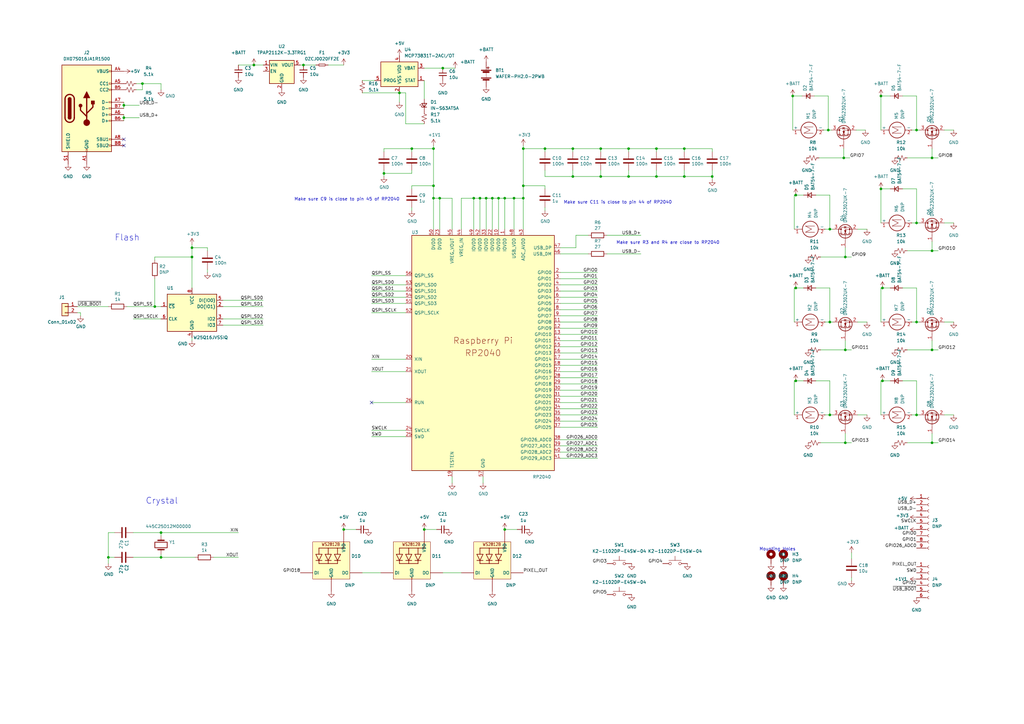
<source format=kicad_sch>
(kicad_sch (version 20221126) (generator eeschema)
  (paper "A3")
  (title_block (title "E-Fidget") (date "2022-07-28") (rev "REV1") (company "2231puppy"))
  (junction (at 194.31 81.28))
  (junction (at 177.8 60.96))
  (junction (at 207.01 81.28))
  (junction (at 346.71 143.51))
  (junction (at 346.075 64.77))
  (junction (at 257.81 60.96))
  (junction (at 140.97 217.17))
  (junction (at 326.39 118.11))
  (junction (at 214.63 76.2))
  (junction (at 199.39 81.28))
  (junction (at 375.92 53.34))
  (junction (at 382.27 102.87))
  (junction (at 361.95 118.11))
  (junction (at 361.95 156.21))
  (junction (at 50.8 43.18))
  (junction (at 66.04 228.6))
  (junction (at 382.27 64.77))
  (junction (at 280.67 72.39))
  (junction (at 214.63 60.96))
  (junction (at 177.8 81.28))
  (junction (at 346.71 181.61))
  (junction (at 246.38 72.39))
  (junction (at 325.12 39.37))
  (junction (at 63.5 125.73))
  (junction (at 340.36 132.08))
  (junction (at 173.99 217.17))
  (junction (at 361.315 77.47))
  (junction (at 207.01 217.17))
  (junction (at 246.38 60.96))
  (junction (at 382.27 181.61))
  (junction (at 375.92 170.18))
  (junction (at 340.36 93.98))
  (junction (at 269.24 72.39))
  (junction (at 124.46 26.67))
  (junction (at 58.42 34.29))
  (junction (at 214.63 81.28))
  (junction (at 177.8 76.2))
  (junction (at 382.27 143.51))
  (junction (at 204.47 81.28))
  (junction (at 340.36 170.18))
  (junction (at 66.04 218.44))
  (junction (at 50.8 48.26))
  (junction (at 234.95 72.39))
  (junction (at 180.34 81.28))
  (junction (at 339.725 53.34))
  (junction (at 78.74 101.6))
  (junction (at 292.1 72.39))
  (junction (at 223.52 60.96))
  (junction (at 78.74 105.41))
  (junction (at 361.315 39.37))
  (junction (at 157.48 71.12))
  (junction (at 375.92 91.44))
  (junction (at 375.92 132.08))
  (junction (at 168.91 60.96))
  (junction (at 269.24 60.96))
  (junction (at 326.39 156.21))
  (junction (at 326.39 80.01))
  (junction (at 201.93 81.28))
  (junction (at 181.61 27.94))
  (junction (at 280.67 60.96))
  (junction (at 257.81 72.39))
  (junction (at 346.71 105.41))
  (junction (at 104.14 26.67))
  (junction (at 163.83 38.1))
  (junction (at 210.82 81.28))
  (junction (at 44.45 228.6))
  (junction (at 196.85 81.28))
  (junction (at 234.95 60.96))
  (no_connect (at 152.4 165.1))
  (no_connect (at 50.8 59.69))
  (no_connect (at 50.8 57.15))
  (wire (pts (xy 189.23 81.28) (xy 194.31 81.28)))
  (wire (pts (xy 361.95 156.21) (xy 365.125 156.21)))
  (wire (pts (xy 181.61 27.94) (xy 186.69 27.94)))
  (wire (pts (xy 66.04 228.6) (xy 80.01 228.6)))
  (wire (pts (xy 177.8 81.28) (xy 177.8 93.98)))
  (wire (pts (xy 91.44 133.35) (xy 107.95 133.35)))
  (wire (pts (xy 223.52 77.47) (xy 223.52 76.2)))
  (wire (pts (xy 78.74 101.6) (xy 78.74 105.41)))
  (wire (pts (xy 351.155 53.34) (xy 354.965 53.34)))
  (wire (pts (xy 44.45 125.73) (xy 31.75 125.73)))
  (wire (pts (xy 66.04 34.29) (xy 66.04 36.83)))
  (wire (pts (xy 325.12 39.37) (xy 325.12 53.34)))
  (wire (pts (xy 210.82 93.98) (xy 210.82 81.28)))
  (wire (pts (xy 148.59 33.02) (xy 153.67 33.02)))
  (wire (pts (xy 340.36 132.08) (xy 340.36 118.11)))
  (wire (pts (xy 166.37 176.53) (xy 152.4 176.53)))
  (wire (pts (xy 157.48 60.96) (xy 168.91 60.96)))
  (wire (pts (xy 346.71 105.41) (xy 349.25 105.41)))
  (wire (pts (xy 229.87 165.1) (xy 245.11 165.1)))
  (wire (pts (xy 229.87 139.7) (xy 245.11 139.7)))
  (wire (pts (xy 210.82 81.28) (xy 214.63 81.28)))
  (wire (pts (xy 229.87 182.88) (xy 245.11 182.88)))
  (wire (pts (xy 325.755 80.01) (xy 326.39 80.01)))
  (wire (pts (xy 54.61 218.44) (xy 66.04 218.44)))
  (wire (pts (xy 50.8 43.18) (xy 57.15 43.18)))
  (wire (pts (xy 152.4 116.84) (xy 166.37 116.84)))
  (wire (pts (xy 346.71 105.41) (xy 346.71 101.6)))
  (wire (pts (xy 223.52 69.85) (xy 223.52 72.39)))
  (wire (pts (xy 166.37 128.27) (xy 152.4 128.27)))
  (wire (pts (xy 229.87 154.94) (xy 245.11 154.94)))
  (wire (pts (xy 229.87 121.92) (xy 245.11 121.92)))
  (wire (pts (xy 229.87 137.16) (xy 245.11 137.16)))
  (wire (pts (xy 346.71 143.51) (xy 349.25 143.51)))
  (wire (pts (xy 214.63 59.69) (xy 214.63 60.96)))
  (wire (pts (xy 185.42 81.28) (xy 180.34 81.28)))
  (wire (pts (xy 339.725 53.34) (xy 340.995 53.34)))
  (wire (pts (xy 257.81 72.39) (xy 246.38 72.39)))
  (wire (pts (xy 229.87 187.96) (xy 245.11 187.96)))
  (wire (pts (xy 340.36 170.18) (xy 341.63 170.18)))
  (wire (pts (xy 280.67 72.39) (xy 292.1 72.39)))
  (wire (pts (xy 198.12 195.58) (xy 198.12 198.12)))
  (wire (pts (xy 246.38 62.23) (xy 246.38 60.96)))
  (wire (pts (xy 214.63 60.96) (xy 223.52 60.96)))
  (wire (pts (xy 269.24 62.23) (xy 269.24 60.96)))
  (wire (pts (xy 214.63 76.2) (xy 214.63 81.28)))
  (wire (pts (xy 54.61 228.6) (xy 66.04 228.6)))
  (wire (pts (xy 168.91 85.09) (xy 168.91 86.36)))
  (wire (pts (xy 387.35 53.34) (xy 391.16 53.34)))
  (wire (pts (xy 229.87 114.3) (xy 245.11 114.3)))
  (wire (pts (xy 63.5 114.3) (xy 63.5 125.73)))
  (wire (pts (xy 58.42 36.83) (xy 58.42 34.29)))
  (wire (pts (xy 229.87 170.18) (xy 245.11 170.18)))
  (wire (pts (xy 280.67 72.39) (xy 269.24 72.39)))
  (wire (pts (xy 91.44 123.19) (xy 107.95 123.19)))
  (wire (pts (xy 148.59 38.1) (xy 163.83 38.1)))
  (wire (pts (xy 46.99 228.6) (xy 44.45 228.6)))
  (wire (pts (xy 349.25 226.695) (xy 349.25 229.235)))
  (wire (pts (xy 340.36 80.01) (xy 334.645 80.01)))
  (wire (pts (xy 374.015 132.08) (xy 375.92 132.08)))
  (wire (pts (xy 280.67 69.85) (xy 280.67 72.39)))
  (wire (pts (xy 375.92 53.34) (xy 375.92 39.37)))
  (wire (pts (xy 63.5 106.68) (xy 63.5 105.41)))
  (wire (pts (xy 50.8 48.26) (xy 57.15 48.26)))
  (wire (pts (xy 91.44 125.73) (xy 107.95 125.73)))
  (wire (pts (xy 166.37 165.1) (xy 152.4 165.1)))
  (wire (pts (xy 194.31 93.98) (xy 194.31 81.28)))
  (wire (pts (xy 229.87 116.84) (xy 245.11 116.84)))
  (wire (pts (xy 234.95 62.23) (xy 234.95 60.96)))
  (wire (pts (xy 382.27 143.51) (xy 382.27 139.7)))
  (wire (pts (xy 246.38 69.85) (xy 246.38 72.39)))
  (wire (pts (xy 337.82 53.34) (xy 339.725 53.34)))
  (wire (pts (xy 229.87 142.24) (xy 245.11 142.24)))
  (wire (pts (xy 346.71 143.51) (xy 346.71 139.7)))
  (wire (pts (xy 201.93 93.98) (xy 201.93 81.28)))
  (wire (pts (xy 78.74 105.41) (xy 78.74 118.11)))
  (wire (pts (xy 375.92 170.18) (xy 375.92 156.21)))
  (wire (pts (xy 375.92 118.11) (xy 370.205 118.11)))
  (wire (pts (xy 326.39 156.21) (xy 329.565 156.21)))
  (wire (pts (xy 180.34 93.98) (xy 180.34 81.28)))
  (wire (pts (xy 181.61 234.95) (xy 189.23 234.95)))
  (wire (pts (xy 229.87 104.14) (xy 241.3 104.14)))
  (wire (pts (xy 375.92 91.44) (xy 375.92 77.47)))
  (wire (pts (xy 87.63 228.6) (xy 97.79 228.6)))
  (wire (pts (xy 33.02 128.27) (xy 33.02 129.54)))
  (wire (pts (xy 292.1 62.23) (xy 292.1 60.96)))
  (wire (pts (xy 375.92 39.37) (xy 370.205 39.37)))
  (wire (pts (xy 166.37 152.4) (xy 152.4 152.4)))
  (wire (pts (xy 375.92 77.47) (xy 370.205 77.47)))
  (wire (pts (xy 168.91 77.47) (xy 168.91 76.2)))
  (wire (pts (xy 372.11 143.51) (xy 382.27 143.51)))
  (wire (pts (xy 339.725 53.34) (xy 339.725 39.37)))
  (wire (pts (xy 201.93 81.28) (xy 204.47 81.28)))
  (wire (pts (xy 157.48 62.23) (xy 157.48 60.96)))
  (wire (pts (xy 104.14 26.67) (xy 107.95 26.67)))
  (wire (pts (xy 54.61 130.81) (xy 66.04 130.81)))
  (wire (pts (xy 361.315 39.37) (xy 361.315 53.34)))
  (wire (pts (xy 123.19 26.67) (xy 124.46 26.67)))
  (wire (pts (xy 361.315 77.47) (xy 365.125 77.47)))
  (wire (pts (xy 382.27 102.87) (xy 382.27 99.06)))
  (wire (pts (xy 340.36 156.21) (xy 334.645 156.21)))
  (wire (pts (xy 185.42 195.58) (xy 185.42 198.12)))
  (wire (pts (xy 163.83 38.1) (xy 163.83 41.91)))
  (wire (pts (xy 91.44 130.81) (xy 107.95 130.81)))
  (wire (pts (xy 229.87 144.78) (xy 245.11 144.78)))
  (wire (pts (xy 382.27 181.61) (xy 384.81 181.61)))
  (wire (pts (xy 234.95 60.96) (xy 246.38 60.96)))
  (wire (pts (xy 326.39 80.01) (xy 329.565 80.01)))
  (wire (pts (xy 361.315 118.11) (xy 361.95 118.11)))
  (wire (pts (xy 340.36 132.08) (xy 341.63 132.08)))
  (wire (pts (xy 85.09 102.87) (xy 85.09 101.6)))
  (wire (pts (xy 166.37 113.03) (xy 152.4 113.03)))
  (wire (pts (xy 372.11 181.61) (xy 382.27 181.61)))
  (wire (pts (xy 152.4 147.32) (xy 166.37 147.32)))
  (wire (pts (xy 196.85 93.98) (xy 196.85 81.28)))
  (wire (pts (xy 325.755 156.21) (xy 326.39 156.21)))
  (wire (pts (xy 351.79 93.98) (xy 355.6 93.98)))
  (wire (pts (xy 199.39 93.98) (xy 199.39 81.28)))
  (wire (pts (xy 375.92 132.08) (xy 375.92 118.11)))
  (wire (pts (xy 325.755 156.21) (xy 325.755 170.18)))
  (wire (pts (xy 346.71 181.61) (xy 346.71 177.8)))
  (wire (pts (xy 338.455 93.98) (xy 340.36 93.98)))
  (wire (pts (xy 229.87 132.08) (xy 245.11 132.08)))
  (wire (pts (xy 50.8 41.91) (xy 50.8 43.18)))
  (wire (pts (xy 152.4 119.38) (xy 166.37 119.38)))
  (wire (pts (xy 280.67 60.96) (xy 292.1 60.96)))
  (wire (pts (xy 338.455 170.18) (xy 340.36 170.18)))
  (wire (pts (xy 44.45 218.44) (xy 44.45 228.6)))
  (wire (pts (xy 177.8 76.2) (xy 177.8 81.28)))
  (wire (pts (xy 236.22 96.52) (xy 241.3 96.52)))
  (wire (pts (xy 214.63 76.2) (xy 223.52 76.2)))
  (wire (pts (xy 269.24 69.85) (xy 269.24 72.39)))
  (wire (pts (xy 207.01 81.28) (xy 207.01 93.98)))
  (wire (pts (xy 223.52 60.96) (xy 234.95 60.96)))
  (wire (pts (xy 185.42 93.98) (xy 185.42 81.28)))
  (wire (pts (xy 173.99 50.8) (xy 166.37 50.8)))
  (wire (pts (xy 375.92 91.44) (xy 377.19 91.44)))
  (wire (pts (xy 382.27 143.51) (xy 384.81 143.51)))
  (wire (pts (xy 229.87 180.34) (xy 245.11 180.34)))
  (wire (pts (xy 229.87 167.64) (xy 245.11 167.64)))
  (wire (pts (xy 180.34 81.28) (xy 177.8 81.28)))
  (wire (pts (xy 340.36 170.18) (xy 340.36 156.21)))
  (wire (pts (xy 157.48 71.12) (xy 168.91 71.12)))
  (wire (pts (xy 140.97 217.17) (xy 146.05 217.17)))
  (wire (pts (xy 229.87 119.38) (xy 245.11 119.38)))
  (wire (pts (xy 229.87 134.62) (xy 245.11 134.62)))
  (wire (pts (xy 361.315 156.21) (xy 361.95 156.21)))
  (wire (pts (xy 248.92 96.52) (xy 262.89 96.52)))
  (wire (pts (xy 257.81 62.23) (xy 257.81 60.96)))
  (wire (pts (xy 168.91 60.96) (xy 177.8 60.96)))
  (wire (pts (xy 152.4 124.46) (xy 166.37 124.46)))
  (wire (pts (xy 257.81 69.85) (xy 257.81 72.39)))
  (wire (pts (xy 229.87 162.56) (xy 245.11 162.56)))
  (wire (pts (xy 340.36 93.98) (xy 341.63 93.98)))
  (wire (pts (xy 229.87 172.72) (xy 245.11 172.72)))
  (wire (pts (xy 325.12 39.37) (xy 328.93 39.37)))
  (wire (pts (xy 229.87 127) (xy 245.11 127)))
  (wire (pts (xy 168.91 71.12) (xy 168.91 69.85)))
  (wire (pts (xy 166.37 50.8) (xy 166.37 38.1)))
  (wire (pts (xy 269.24 72.39) (xy 257.81 72.39)))
  (wire (pts (xy 223.52 62.23) (xy 223.52 60.96)))
  (wire (pts (xy 336.55 105.41) (xy 346.71 105.41)))
  (wire (pts (xy 85.09 110.49) (xy 85.09 111.76)))
  (wire (pts (xy 374.015 170.18) (xy 375.92 170.18)))
  (wire (pts (xy 229.87 149.86) (xy 245.11 149.86)))
  (wire (pts (xy 375.92 53.34) (xy 377.19 53.34)))
  (wire (pts (xy 58.42 34.29) (xy 66.04 34.29)))
  (wire (pts (xy 50.8 48.26) (xy 50.8 49.53)))
  (wire (pts (xy 173.99 27.94) (xy 181.61 27.94)))
  (wire (pts (xy 196.85 81.28) (xy 199.39 81.28)))
  (wire (pts (xy 199.39 81.28) (xy 201.93 81.28)))
  (wire (pts (xy 157.48 69.85) (xy 157.48 71.12)))
  (wire (pts (xy 351.79 170.18) (xy 355.6 170.18)))
  (wire (pts (xy 346.075 64.77) (xy 346.075 60.96)))
  (wire (pts (xy 50.8 46.99) (xy 50.8 48.26)))
  (wire (pts (xy 382.27 102.87) (xy 384.81 102.87)))
  (wire (pts (xy 166.37 38.1) (xy 163.83 38.1)))
  (wire (pts (xy 257.81 60.96) (xy 269.24 60.96)))
  (wire (pts (xy 326.39 118.11) (xy 329.565 118.11)))
  (wire (pts (xy 382.27 181.61) (xy 382.27 177.8)))
  (wire (pts (xy 246.38 72.39) (xy 234.95 72.39)))
  (wire (pts (xy 387.35 170.18) (xy 391.16 170.18)))
  (wire (pts (xy 46.99 218.44) (xy 44.45 218.44)))
  (wire (pts (xy 346.075 64.77) (xy 348.615 64.77)))
  (wire (pts (xy 52.07 125.73) (xy 63.5 125.73)))
  (wire (pts (xy 223.52 85.09) (xy 223.52 86.36)))
  (wire (pts (xy 374.015 53.34) (xy 375.92 53.34)))
  (wire (pts (xy 229.87 129.54) (xy 245.11 129.54)))
  (wire (pts (xy 78.74 100.33) (xy 78.74 101.6)))
  (wire (pts (xy 63.5 105.41) (xy 78.74 105.41)))
  (wire (pts (xy 207.01 217.17) (xy 212.09 217.17)))
  (wire (pts (xy 248.92 104.14) (xy 262.89 104.14)))
  (wire (pts (xy 336.55 143.51) (xy 346.71 143.51)))
  (wire (pts (xy 325.755 118.11) (xy 326.39 118.11)))
  (wire (pts (xy 50.8 43.18) (xy 50.8 44.45)))
  (wire (pts (xy 124.46 26.67) (xy 129.54 26.67)))
  (wire (pts (xy 361.315 156.21) (xy 361.315 170.18)))
  (wire (pts (xy 85.09 101.6) (xy 78.74 101.6)))
  (wire (pts (xy 372.11 64.77) (xy 382.27 64.77)))
  (wire (pts (xy 66.04 218.44) (xy 97.79 218.44)))
  (wire (pts (xy 63.5 125.73) (xy 66.04 125.73)))
  (wire (pts (xy 173.99 33.02) (xy 173.99 40.64)))
  (wire (pts (xy 214.63 60.96) (xy 214.63 76.2)))
  (wire (pts (xy 387.35 91.44) (xy 391.16 91.44)))
  (wire (pts (xy 336.55 181.61) (xy 346.71 181.61)))
  (wire (pts (xy 97.79 26.67) (xy 104.14 26.67)))
  (wire (pts (xy 234.95 69.85) (xy 234.95 72.39)))
  (wire (pts (xy 229.87 111.76) (xy 245.11 111.76)))
  (wire (pts (xy 346.71 181.61) (xy 349.25 181.61)))
  (wire (pts (xy 229.87 157.48) (xy 245.11 157.48)))
  (wire (pts (xy 229.87 160.02) (xy 245.11 160.02)))
  (wire (pts (xy 339.725 39.37) (xy 334.01 39.37)))
  (wire (pts (xy 374.015 91.44) (xy 375.92 91.44)))
  (wire (pts (xy 55.88 34.29) (xy 58.42 34.29)))
  (wire (pts (xy 269.24 60.96) (xy 280.67 60.96)))
  (wire (pts (xy 177.8 60.96) (xy 177.8 76.2)))
  (wire (pts (xy 325.755 80.01) (xy 325.755 93.98)))
  (wire (pts (xy 375.92 132.08) (xy 377.19 132.08)))
  (wire (pts (xy 229.87 101.6) (xy 236.22 101.6)))
  (wire (pts (xy 234.95 72.39) (xy 223.52 72.39)))
  (wire (pts (xy 280.67 62.23) (xy 280.67 60.96)))
  (wire (pts (xy 214.63 81.28) (xy 214.63 93.98)))
  (wire (pts (xy 246.38 60.96) (xy 257.81 60.96)))
  (wire (pts (xy 194.31 81.28) (xy 196.85 81.28)))
  (wire (pts (xy 229.87 152.4) (xy 245.11 152.4)))
  (wire (pts (xy 204.47 93.98) (xy 204.47 81.28)))
  (wire (pts (xy 292.1 72.39) (xy 292.1 73.66)))
  (wire (pts (xy 229.87 124.46) (xy 245.11 124.46)))
  (wire (pts (xy 340.36 118.11) (xy 334.645 118.11)))
  (wire (pts (xy 55.88 36.83) (xy 58.42 36.83)))
  (wire (pts (xy 351.79 132.08) (xy 355.6 132.08)))
  (wire (pts (xy 229.87 175.26) (xy 245.11 175.26)))
  (wire (pts (xy 78.74 138.43) (xy 78.74 139.7)))
  (wire (pts (xy 44.45 228.6) (xy 44.45 231.14)))
  (wire (pts (xy 349.25 236.855) (xy 349.25 238.125)))
  (wire (pts (xy 134.62 26.67) (xy 140.97 26.67)))
  (wire (pts (xy 236.22 96.52) (xy 236.22 101.6)))
  (wire (pts (xy 361.315 39.37) (xy 365.125 39.37)))
  (wire (pts (xy 31.75 128.27) (xy 33.02 128.27)))
  (wire (pts (xy 382.27 64.77) (xy 384.81 64.77)))
  (wire (pts (xy 335.915 64.77) (xy 346.075 64.77)))
  (wire (pts (xy 375.92 156.21) (xy 370.205 156.21)))
  (wire (pts (xy 204.47 81.28) (xy 207.01 81.28)))
  (wire (pts (xy 66.04 219.71) (xy 66.04 218.44)))
  (wire (pts (xy 173.99 217.17) (xy 179.07 217.17)))
  (wire (pts (xy 166.37 179.07) (xy 152.4 179.07)))
  (wire (pts (xy 361.315 77.47) (xy 361.315 91.44)))
  (wire (pts (xy 361.315 118.11) (xy 361.315 132.08)))
  (wire (pts (xy 338.455 132.08) (xy 340.36 132.08)))
  (wire (pts (xy 152.4 121.92) (xy 166.37 121.92)))
  (wire (pts (xy 372.11 102.87) (xy 382.27 102.87)))
  (wire (pts (xy 229.87 147.32) (xy 245.11 147.32)))
  (wire (pts (xy 189.23 93.98) (xy 189.23 81.28)))
  (wire (pts (xy 387.35 132.08) (xy 391.16 132.08)))
  (wire (pts (xy 168.91 76.2) (xy 177.8 76.2)))
  (wire (pts (xy 229.87 185.42) (xy 245.11 185.42)))
  (wire (pts (xy 292.1 69.85) (xy 292.1 72.39)))
  (wire (pts (xy 168.91 62.23) (xy 168.91 60.96)))
  (wire (pts (xy 375.92 170.18) (xy 377.19 170.18)))
  (wire (pts (xy 340.36 93.98) (xy 340.36 80.01)))
  (wire (pts (xy 325.755 118.11) (xy 325.755 132.08)))
  (wire (pts (xy 207.01 81.28) (xy 210.82 81.28)))
  (wire (pts (xy 157.48 71.12) (xy 157.48 72.39)))
  (wire (pts (xy 148.59 234.95) (xy 156.21 234.95)))
  (wire (pts (xy 177.8 59.69) (xy 177.8 60.96)))
  (wire (pts (xy 66.04 227.33) (xy 66.04 228.6)))
  (wire (pts (xy 361.95 118.11) (xy 365.125 118.11)))
  (wire (pts (xy 382.27 64.77) (xy 382.27 60.96)))
  (text "Crystal" (at 59.69 207.01 0) (effects (font (size 2.54 2.54)) (justify left bottom)))
  (text "Make sure C11 is close to pin 44 of RP2040" (at 231.14 83.82 0) (effects (font (size 1.27 1.27)) (justify left bottom)))
  (text "Make sure R3 and R4 are close to RP2040" (at 252.73 100.33 0) (effects (font (size 1.27 1.27)) (justify left bottom)))
  (text "Make sure C9 is close to pin 45 of RP2040" (at 120.65 82.55 0) (effects (font (size 1.27 1.27)) (justify left bottom)))
  (text "Flash" (at 46.99 99.06 0) (effects (font (size 2.54 2.54)) (justify left bottom)))
  (text "Mounting Holes" (at 311.404 226.06 0) (effects (font (size 1.27 1.27)) (justify left bottom)))
  (label "GPIO3" (at 248.92 231.14 180))
  (label "QSPI_SD2" (at 152.4 121.92 0))
  (label "QSPI_SS" (at 152.4 113.03 0))
  (label "USB_D-" (at 57.15 43.18 0))
  (label "GPIO4" (at 271.78 231.14 180))
  (label "GPIO0" (at 375.92 219.71 180))
  (label "GPIO2" (at 245.11 116.84 180))
  (label "GPIO22" (at 245.11 167.64 180))
  (label "GPIO8" (at 245.11 132.08 180))
  (label "QSPI_SS" (at 54.61 125.73 0))
  (label "GPIO1" (at 245.11 114.3 180))
  (label "GPIO21" (at 245.11 165.1 180))
  (label "GPIO7" (at 348.615 64.77 0))
  (label "GPIO26_ADC0" (at 375.92 224.79 180))
  (label "GPIO20" (at 245.11 162.56 180))
  (label "GPIO14" (at 245.11 147.32 180))
  (label "SWD" (at 152.4 179.07 0))
  (label "GPIO14" (at 384.81 181.61 0))
  (label "GPIO6" (at 245.11 127 180))
  (label "GPIO7" (at 245.11 129.54 180))
  (label "GPIO11" (at 245.11 139.7 180))
  (label "GPIO16" (at 245.11 152.4 180))
  (label "GPIO10" (at 245.11 137.16 180))
  (label "GPIO29_ADC3" (at 245.11 187.96 180))
  (label "XIN" (at 97.79 218.44 180))
  (label "GPIO19" (at 245.11 160.02 180))
  (label "PIXEL_OUT" (at 375.92 232.41 180))
  (label "GPIO18" (at 245.11 157.48 180))
  (label "QSPI_SCLK" (at 152.4 128.27 0))
  (label "GPIO5" (at 248.92 243.84 180))
  (label "GPIO23" (at 245.11 170.18 180))
  (label "~{USB_BOOT}" (at 375.92 242.57 180))
  (label "GPIO27_ADC1" (at 245.11 182.88 180))
  (label "SWCLK" (at 152.4 176.53 0))
  (label "QSPI_SCLK" (at 54.61 130.81 0))
  (label "GPIO9" (at 349.25 105.41 0))
  (label "GPIO24" (at 245.11 172.72 180))
  (label "PIXEL_OUT" (at 214.63 234.95 0))
  (label "QSPI_SD1" (at 107.95 125.73 180))
  (label "GPIO12" (at 245.11 142.24 180))
  (label "GPIO3" (at 245.11 119.38 180))
  (label "QSPI_SD2" (at 107.95 130.81 180))
  (label "GPIO15" (at 245.11 149.86 180))
  (label "GPIO9" (at 245.11 134.62 180))
  (label "~{USB_BOOT}" (at 31.75 125.73 0))
  (label "GPIO18" (at 123.19 234.95 180))
  (label "XOUT" (at 97.79 228.6 180))
  (label "GPIO0" (at 245.11 111.76 180))
  (label "USB_D-" (at 375.92 209.55 180))
  (label "GPIO12" (at 384.81 143.51 0))
  (label "USB_D+" (at 375.92 207.01 180))
  (label "GPIO1" (at 375.92 222.25 180))
  (label "GPIO28_ADC2" (at 245.11 185.42 180))
  (label "GPIO2" (at 375.92 240.03 180))
  (label "SWD" (at 375.92 234.95 180))
  (label "USB_D+" (at 262.89 96.52 180))
  (label "SWCLK" (at 375.92 214.63 180))
  (label "GPIO5" (at 245.11 124.46 180))
  (label "GPIO13" (at 245.11 144.78 180))
  (label "QSPI_SD3" (at 152.4 124.46 0))
  (label "QSPI_SD0" (at 107.95 123.19 180))
  (label "QSPI_SD0" (at 152.4 116.84 0))
  (label "GPIO4" (at 245.11 121.92 180))
  (label "GPIO11" (at 349.25 143.51 0))
  (label "GPIO13" (at 349.25 181.61 0))
  (label "USB_D-" (at 262.89 104.14 180))
  (label "XIN" (at 152.4 147.32 0))
  (label "QSPI_SD1" (at 152.4 119.38 0))
  (label "GPIO25" (at 245.11 175.26 180))
  (label "GPIO26_ADC0" (at 245.11 180.34 180))
  (label "GPIO8" (at 384.81 64.77 0))
  (label "USB_D+" (at 57.15 48.26 0))
  (label "GPIO10" (at 384.81 102.87 0))
  (label "GPIO17" (at 245.11 154.94 180))
  (label "QSPI_SD3" (at 107.95 133.35 180))
  (label "XOUT" (at 152.4 152.4 0))
  (symbol (lib_id "MCU_RaspberryPi_RP2040:RP2040") (at 198.12 144.78 0) (unit 1)
    (property "Reference" "U3" (at 170.18 95.25 0))
    (property "Value" "RP2040" (at 222.25 195.58 0))
    (property "Footprint" "E-Fidget:RP2040-QFN-56" (effects hide))
  )
  (symbol (lib_id "Device:C") (at 50.8 218.44 270) (unit 1)
    (property "Reference" "C1" (at 51.9684 221.361 0) (effects (justify left)))
    (property "Value" "27p" (at 49.657 221.361 0) (effects (justify left)))
    (property "Footprint" "Capacitor_SMD:C_0402_1005Metric_Pad0.74x0.62mm_HandSolder" (effects hide))
    (property "Sim.Device" "SPICE" (effects hide))
    (property "Sim.Params" "type=\"\" model=\"27p\" lib=\"\"" (effects hide))
    (property "Sim.Pins" "1=1 2=2" (effects hide))
  )
  (symbol (lib_id "Device:C") (at 50.8 228.6 270) (unit 1)
    (property "Reference" "C2" (at 51.9684 231.521 0) (effects (justify left)))
    (property "Value" "27p" (at 49.657 231.521 0) (effects (justify left)))
    (property "Footprint" "Capacitor_SMD:C_0402_1005Metric_Pad0.74x0.62mm_HandSolder" (effects hide))
    (property "Sim.Device" "SPICE" (effects hide))
    (property "Sim.Params" "type=\"\" model=\"27p\" lib=\"\"" (effects hide))
    (property "Sim.Pins" "1=1 2=2" (effects hide))
  )
  (symbol (lib_id "power:GND") (at 44.45 231.14 0) (unit 1)
    (property "Reference" "#PWR04" (effects hide))
    (property "Value" "GND" (at 44.577 235.5342 0))
  )
  (symbol (lib_id "Memory_Flash:W25Q128JVS") (at 78.74 128.27 0) (unit 1)
    (property "Reference" "U1" (at 69.85 118.11 0))
    (property "Value" "W25Q16JVSSIQ" (at 86.36 138.43 0))
    (property "Footprint" "Package_SO:SOIC-8_5.23x5.23mm_P1.27mm" (effects hide))
    (property "Datasheet" "http://www.winbond.com/resource-files/w25q128jv_dtr%20revc%2003272018%20plus.pdf" (effects hide))
  )
  (symbol (lib_id "power:+3V3") (at 78.74 100.33 0) (unit 1)
    (property "Reference" "#PWR07" (effects hide))
    (property "Value" "+3V3" (at 79.121 95.9358 0))
  )
  (symbol (lib_id "power:GND") (at 78.74 139.7 0) (unit 1)
    (property "Reference" "#PWR08" (effects hide))
    (property "Value" "GND" (at 74.93 140.97 0))
  )
  (symbol (lib_id "Device:R") (at 63.5 110.49 0) (unit 1)
    (property "Reference" "R2" (at 65.278 109.3216 0) (effects (justify left)))
    (property "Value" "DNP" (at 65.278 111.633 0) (effects (justify left)))
    (property "Footprint" "Resistor_SMD:R_0805_2012Metric_Pad1.20x1.40mm_HandSolder" (effects hide))
  )
  (symbol (lib_id "Device:R") (at 48.26 125.73 270) (unit 1)
    (property "Reference" "R1" (at 48.26 120.4722 90))
    (property "Value" "1k" (at 48.26 122.7836 90))
    (property "Footprint" "Resistor_SMD:R_0805_2012Metric_Pad1.20x1.40mm_HandSolder" (effects hide))
    (property "Sim.Device" "SPICE" (effects hide))
    (property "Sim.Params" "type=\"\" model=\"1k\" lib=\"\"" (effects hide))
    (property "Sim.Pins" "1=1 2=2" (effects hide))
  )
  (symbol (lib_id "Device:C") (at 85.09 106.68 0) (unit 1)
    (property "Reference" "C4" (at 88.011 105.5116 0) (effects (justify left)))
    (property "Value" "100n" (at 88.011 107.823 0) (effects (justify left)))
    (property "Footprint" "Capacitor_SMD:C_0402_1005Metric_Pad0.74x0.62mm_HandSolder" (effects hide))
    (property "Sim.Device" "SPICE" (effects hide))
    (property "Sim.Params" "type=\"\" model=\"100n\" lib=\"\"" (effects hide))
    (property "Sim.Pins" "1=1 2=2" (effects hide))
  )
  (symbol (lib_id "power:GND") (at 85.09 111.76 0) (unit 1)
    (property "Reference" "#PWR09" (effects hide))
    (property "Value" "GND" (at 88.9 113.03 0))
  )
  (symbol (lib_id "power:GND") (at 198.12 198.12 0) (unit 1)
    (property "Reference" "#PWR019" (effects hide))
    (property "Value" "GND" (at 198.247 202.5142 0))
  )
  (symbol (lib_id "power:GND") (at 185.42 198.12 0) (unit 1)
    (property "Reference" "#PWR018" (effects hide))
    (property "Value" "GND" (at 185.547 202.5142 0))
  )
  (symbol (lib_id "Device:R") (at 245.11 96.52 270) (unit 1)
    (property "Reference" "R6" (at 245.11 91.2622 90))
    (property "Value" "27" (at 245.11 93.5736 90))
    (property "Footprint" "Resistor_SMD:R_0805_2012Metric_Pad1.20x1.40mm_HandSolder" (effects hide))
    (property "Sim.Device" "SPICE" (effects hide))
    (property "Sim.Params" "type=\"\" model=\"27\" lib=\"\"" (effects hide))
    (property "Sim.Pins" "1=1 2=2" (effects hide))
  )
  (symbol (lib_id "Device:R") (at 245.11 104.14 270) (unit 1)
    (property "Reference" "R7" (at 245.11 98.8822 90))
    (property "Value" "27" (at 245.11 101.1936 90))
    (property "Footprint" "Resistor_SMD:R_0805_2012Metric_Pad1.20x1.40mm_HandSolder" (effects hide))
    (property "Sim.Device" "SPICE" (effects hide))
    (property "Sim.Params" "type=\"\" model=\"27\" lib=\"\"" (effects hide))
    (property "Sim.Pins" "1=1 2=2" (effects hide))
  )
  (symbol (lib_id "power:+3V3") (at 214.63 59.69 0) (unit 1)
    (property "Reference" "#PWR020" (effects hide))
    (property "Value" "+3V3" (at 215.011 55.2958 0))
  )
  (symbol (lib_id "power:+1V1") (at 177.8 59.69 0) (unit 1)
    (property "Reference" "#PWR017" (effects hide))
    (property "Value" "+1V1" (at 178.181 55.2958 0))
  )
  (symbol (lib_id "Device:C") (at 223.52 66.04 0) (unit 1)
    (property "Reference" "C10" (at 226.441 64.8716 0) (effects (justify left)))
    (property "Value" "100n" (at 226.441 67.183 0) (effects (justify left)))
    (property "Footprint" "Capacitor_SMD:C_0402_1005Metric_Pad0.74x0.62mm_HandSolder" (effects hide))
    (property "Sim.Device" "SPICE" (effects hide))
    (property "Sim.Params" "type=\"\" model=\"100n\" lib=\"\"" (effects hide))
    (property "Sim.Pins" "1=1 2=2" (effects hide))
  )
  (symbol (lib_id "Device:C") (at 234.95 66.04 0) (unit 1)
    (property "Reference" "C12" (at 237.871 64.8716 0) (effects (justify left)))
    (property "Value" "100n" (at 237.871 67.183 0) (effects (justify left)))
    (property "Footprint" "Capacitor_SMD:C_0402_1005Metric_Pad0.74x0.62mm_HandSolder" (effects hide))
    (property "Sim.Device" "SPICE" (effects hide))
    (property "Sim.Params" "type=\"\" model=\"100n\" lib=\"\"" (effects hide))
    (property "Sim.Pins" "1=1 2=2" (effects hide))
  )
  (symbol (lib_id "Device:C") (at 246.38 66.04 0) (unit 1)
    (property "Reference" "C13" (at 249.301 64.8716 0) (effects (justify left)))
    (property "Value" "100n" (at 249.301 67.183 0) (effects (justify left)))
    (property "Footprint" "Capacitor_SMD:C_0402_1005Metric_Pad0.74x0.62mm_HandSolder" (effects hide))
    (property "Sim.Device" "SPICE" (effects hide))
    (property "Sim.Params" "type=\"\" model=\"100n\" lib=\"\"" (effects hide))
    (property "Sim.Pins" "1=1 2=2" (effects hide))
  )
  (symbol (lib_id "Device:C") (at 257.81 66.04 0) (unit 1)
    (property "Reference" "C14" (at 260.731 64.8716 0) (effects (justify left)))
    (property "Value" "100n" (at 260.731 67.183 0) (effects (justify left)))
    (property "Footprint" "Capacitor_SMD:C_0402_1005Metric_Pad0.74x0.62mm_HandSolder" (effects hide))
    (property "Sim.Device" "SPICE" (effects hide))
    (property "Sim.Params" "type=\"\" model=\"100n\" lib=\"\"" (effects hide))
    (property "Sim.Pins" "1=1 2=2" (effects hide))
  )
  (symbol (lib_id "Device:C") (at 269.24 66.04 0) (unit 1)
    (property "Reference" "C15" (at 272.161 64.8716 0) (effects (justify left)))
    (property "Value" "100n" (at 272.161 67.183 0) (effects (justify left)))
    (property "Footprint" "Capacitor_SMD:C_0402_1005Metric_Pad0.74x0.62mm_HandSolder" (effects hide))
    (property "Sim.Device" "SPICE" (effects hide))
    (property "Sim.Params" "type=\"\" model=\"100n\" lib=\"\"" (effects hide))
    (property "Sim.Pins" "1=1 2=2" (effects hide))
  )
  (symbol (lib_id "Device:C") (at 280.67 66.04 0) (unit 1)
    (property "Reference" "C16" (at 283.591 64.8716 0) (effects (justify left)))
    (property "Value" "100n" (at 283.591 67.183 0) (effects (justify left)))
    (property "Footprint" "Capacitor_SMD:C_0402_1005Metric_Pad0.74x0.62mm_HandSolder" (effects hide))
    (property "Sim.Device" "SPICE" (effects hide))
    (property "Sim.Params" "type=\"\" model=\"100n\" lib=\"\"" (effects hide))
    (property "Sim.Pins" "1=1 2=2" (effects hide))
  )
  (symbol (lib_id "Device:C") (at 292.1 66.04 0) (unit 1)
    (property "Reference" "C17" (at 295.021 64.8716 0) (effects (justify left)))
    (property "Value" "100n" (at 295.021 67.183 0) (effects (justify left)))
    (property "Footprint" "Capacitor_SMD:C_0402_1005Metric_Pad0.74x0.62mm_HandSolder" (effects hide))
    (property "Sim.Device" "SPICE" (effects hide))
    (property "Sim.Params" "type=\"\" model=\"100n\" lib=\"\"" (effects hide))
    (property "Sim.Pins" "1=1 2=2" (effects hide))
  )
  (symbol (lib_id "Device:C") (at 157.48 66.04 0) (unit 1)
    (property "Reference" "C7" (at 160.401 64.8716 0) (effects (justify left)))
    (property "Value" "100n" (at 160.401 67.183 0) (effects (justify left)))
    (property "Footprint" "Capacitor_SMD:C_0402_1005Metric_Pad0.74x0.62mm_HandSolder" (effects hide))
    (property "Sim.Device" "SPICE" (effects hide))
    (property "Sim.Params" "type=\"\" model=\"100n\" lib=\"\"" (effects hide))
    (property "Sim.Pins" "1=1 2=2" (effects hide))
  )
  (symbol (lib_id "Device:C") (at 168.91 66.04 0) (unit 1)
    (property "Reference" "C8" (at 171.831 64.8716 0) (effects (justify left)))
    (property "Value" "100n" (at 171.831 67.183 0) (effects (justify left)))
    (property "Footprint" "Capacitor_SMD:C_0402_1005Metric_Pad0.74x0.62mm_HandSolder" (effects hide))
    (property "Sim.Device" "SPICE" (effects hide))
    (property "Sim.Params" "type=\"\" model=\"100n\" lib=\"\"" (effects hide))
    (property "Sim.Pins" "1=1 2=2" (effects hide))
  )
  (symbol (lib_id "Device:C") (at 168.91 81.28 0) (unit 1)
    (property "Reference" "C9" (at 171.831 80.1116 0) (effects (justify left)))
    (property "Value" "1u" (at 171.831 82.423 0) (effects (justify left)))
    (property "Footprint" "Capacitor_SMD:C_0402_1005Metric_Pad0.74x0.62mm_HandSolder" (effects hide))
    (property "Sim.Device" "SPICE" (effects hide))
    (property "Sim.Params" "type=\"\" model=\"1u\" lib=\"\"" (effects hide))
    (property "Sim.Pins" "1=1 2=2" (effects hide))
  )
  (symbol (lib_id "Device:C") (at 223.52 81.28 0) (unit 1)
    (property "Reference" "C11" (at 226.441 80.1116 0) (effects (justify left)))
    (property "Value" "1u" (at 226.441 82.423 0) (effects (justify left)))
    (property "Footprint" "Capacitor_SMD:C_0402_1005Metric_Pad0.74x0.62mm_HandSolder" (effects hide))
    (property "Sim.Device" "SPICE" (effects hide))
    (property "Sim.Params" "type=\"\" model=\"1u\" lib=\"\"" (effects hide))
    (property "Sim.Pins" "1=1 2=2" (effects hide))
  )
  (symbol (lib_id "power:GND") (at 292.1 73.66 0) (unit 1)
    (property "Reference" "#PWR024" (effects hide))
    (property "Value" "GND" (at 292.227 78.0542 0))
  )
  (symbol (lib_id "power:GND") (at 157.48 72.39 0) (unit 1)
    (property "Reference" "#PWR015" (effects hide))
    (property "Value" "GND" (at 157.607 76.7842 0))
  )
  (symbol (lib_id "power:GND") (at 168.91 86.36 0) (unit 1)
    (property "Reference" "#PWR016" (effects hide))
    (property "Value" "GND" (at 169.037 90.7542 0))
  )
  (symbol (lib_id "power:GND") (at 223.52 86.36 0) (unit 1)
    (property "Reference" "#PWR021" (effects hide))
    (property "Value" "GND" (at 223.647 90.7542 0))
  )
  (symbol (lib_id "Device:R") (at 83.82 228.6 270) (unit 1)
    (property "Reference" "R3" (at 83.82 223.3422 90))
    (property "Value" "1k" (at 83.82 225.6536 90))
    (property "Footprint" "Resistor_SMD:R_0805_2012Metric_Pad1.20x1.40mm_HandSolder" (effects hide))
    (property "Sim.Device" "SPICE" (effects hide))
    (property "Sim.Params" "type=\"\" model=\"1k\" lib=\"\"" (effects hide))
    (property "Sim.Pins" "1=1 2=2" (effects hide))
  )
  (symbol (lib_id "Device:Crystal") (at 66.04 223.52 270) (unit 1)
    (property "Reference" "Y1" (at 69.3674 222.3516 90) (effects (justify left)))
    (property "Value" "445C25D12M00000" (at 59.69 215.9 90) (effects (justify left)))
    (property "Footprint" "E-Fidget:445I23D12M00000" (effects hide))
  )
  (symbol (lib_id "power:+3V3") (at 349.25 226.695 0) (unit 1)
    (property "Reference" "#PWR037" (effects hide))
    (property "Value" "+3V3" (at 349.631 222.3008 0))
  )
  (symbol (lib_id "Device:C") (at 349.25 233.045 0) (unit 1)
    (property "Reference" "C18" (at 352.171 231.8766 0) (effects (justify left)))
    (property "Value" "10u" (at 352.171 234.188 0) (effects (justify left)))
    (property "Footprint" "Capacitor_SMD:C_0805_2012Metric_Pad1.18x1.45mm_HandSolder" (effects hide))
    (property "Sim.Device" "SPICE" (effects hide))
    (property "Sim.Params" "type=\"\" model=\"10u\" lib=\"\"" (effects hide))
    (property "Sim.Pins" "1=1 2=2" (effects hide))
  )
  (symbol (lib_id "power:GND") (at 349.25 238.125 0) (unit 1)
    (property "Reference" "#PWR038" (effects hide))
    (property "Value" "GND" (at 345.44 239.395 0))
  )
  (symbol (lib_id "Connector_Generic:Conn_01x02") (at 26.67 125.73 0) (mirror y) (unit 1)
    (property "Reference" "J1" (at 25.4 121.92 0))
    (property "Value" "Conn_01x02" (at 25.4 132.08 0))
    (property "Footprint" "Connector_PinHeader_2.54mm:PinHeader_1x02_P2.54mm_Vertical" (effects hide))
  )
  (symbol (lib_id "power:GND") (at 33.02 129.54 0) (unit 1)
    (property "Reference" "#PWR02" (effects hide))
    (property "Value" "GND" (at 33.147 133.9342 0))
  )
  (symbol (lib_id "power:GND") (at 367.03 64.77 0) (unit 1)
    (property "Reference" "#PWR047" (effects hide))
    (property "Value" "GND" (at 367.03 69.85 0))
  )
  (symbol (lib_id "power:+BATT") (at 326.39 80.01 0) (unit 1)
    (property "Reference" "#PWR030" (effects hide))
    (property "Value" "+BATT" (at 326.39 74.93 0))
  )
  (symbol (lib_id "Switch:SW_Push") (at 276.86 231.14 0) (unit 1)
    (property "Reference" "SW3" (at 276.86 223.52 0))
    (property "Value" "K2-1102DP-E4SW-04" (at 276.86 226.06 0))
    (property "Footprint" "Button_Switch_THT:SW_PUSH_6mm" (effects hide))
  )
  (symbol (lib_id "Device:R_Small_US") (at 334.01 105.41 90) (unit 1)
    (property "Reference" "R11" (at 334.01 99.06 90))
    (property "Value" "10k" (at 334.01 101.6 90))
    (property "Footprint" "Resistor_SMD:R_0805_2012Metric_Pad1.20x1.40mm_HandSolder" (effects hide))
    (property "Sim.Device" "SPICE" (effects hide))
    (property "Sim.Params" "type=\"\" model=\"10k\" lib=\"\"" (effects hide))
    (property "Sim.Pins" "1=1 2=2" (effects hide))
  )
  (symbol (lib_id "Switch:SW_Push") (at 254 243.84 0) (unit 1)
    (property "Reference" "SW2" (at 254 236.22 0))
    (property "Value" "K2-1102DP-E4SW-04" (at 254 238.76 0))
    (property "Footprint" "Button_Switch_THT:SW_PUSH_6mm" (effects hide))
  )
  (symbol (lib_id "Motor:Motor_DC") (at 330.835 170.18 90) (unit 1)
    (property "Reference" "M3" (at 332.1049 165.735 0) (effects (justify left)))
    (property "Value" "DNP" (at 334.6449 165.735 0) (effects (justify left)))
    (property "Footprint" "Connector_Wire:SolderWire-0.1sqmm_1x02_P3.6mm_D0.4mm_OD1mm" (effects hide))
  )
  (symbol (lib_id "power:GND") (at 331.47 181.61 0) (unit 1)
    (property "Reference" "#PWR035" (effects hide))
    (property "Value" "GND" (at 331.47 186.69 0))
  )
  (symbol (lib_id "Mechanical:MountingHole_Pad") (at 316.23 228.6 0) (unit 1)
    (property "Reference" "H1" (at 319.786 227.3299 0) (effects (justify left)))
    (property "Value" "DNP" (at 319.786 229.8699 0) (effects (justify left)))
    (property "Footprint" "MountingHole:MountingHole_2.2mm_M2_Pad_Via" (effects hide))
  )
  (symbol (lib_id "Device:R_Small_US") (at 173.99 48.26 0) (unit 1)
    (property "Reference" "R17" (at 176.53 46.9899 0) (effects (justify left)))
    (property "Value" "5.1k" (at 176.53 49.5299 0) (effects (justify left)))
    (property "Footprint" "Resistor_SMD:R_0805_2012Metric" (effects hide))
    (property "Sim.Device" "SPICE" (effects hide))
    (property "Sim.Params" "type=\"\" model=\"5.1k\" lib=\"\"" (effects hide))
    (property "Sim.Pins" "1=1 2=2" (effects hide))
  )
  (symbol (lib_id "Transistor_FET:BSS138") (at 346.71 172.72 90) (unit 1)
    (property "Reference" "Q3" (at 345.4399 167.005 0) (effects (justify left)))
    (property "Value" "DMG2302UK-7" (at 346.71 167.64 0) (effects (justify left)))
    (property "Footprint" "Package_TO_SOT_SMD:SC-59" (effects hide))
    (property "Datasheet" "https://www.onsemi.com/pub/Collateral/BSS138-D.PDF" (effects hide))
  )
  (symbol (lib_id "power:GND") (at 199.39 35.56 0) (unit 1)
    (property "Reference" "#PWR023" (effects hide))
    (property "Value" "GND" (at 199.39 40.64 0))
  )
  (symbol (lib_id "power:+BATT") (at 186.69 27.94 0) (unit 1)
    (property "Reference" "#PWR014" (effects hide))
    (property "Value" "+BATT" (at 191.77 25.4 0))
  )
  (symbol (lib_id "Device:D_Small") (at 367.665 77.47 0) (unit 1)
    (property "Reference" "D7" (at 366.3949 75.565 90) (effects (justify left)))
    (property "Value" "BAT54-7-F" (at 368.9349 75.565 90) (effects (justify left)))
    (property "Footprint" "E-Fidget:SC-59_Handsoldering_No_Pin3" (effects hide))
  )
  (symbol (lib_name "WS2812B_SK6812E_2") (lib_id "LED:WS2812B_SK6812E") (at 135.89 232.41 0) (unit 1)
    (property "Reference" "D10" (at 146.05 228.0793 0))
    (property "Value" "DNP" (at 143.51 240.03 0))
    (property "Footprint" "LED_SMD:NEO3535_REVERSE" (effects hide))
    (property "Datasheet" "https://cdn-shop.adafruit.com/product-files/2686/SK6812MINI_REV.01-1-2.pdf" (effects hide))
  )
  (symbol (lib_id "power:GND") (at 355.6 132.08 0) (unit 1)
    (property "Reference" "#PWR040" (effects hide))
    (property "Value" "GND" (at 355.6 137.16 0))
  )
  (symbol (lib_id "power:GND") (at 27.94 67.31 0) (unit 1)
    (property "Reference" "#PWR0108" (effects hide))
    (property "Value" "GND" (at 27.94 72.39 0))
  )
  (symbol (lib_id "power:+5V") (at 50.8 29.21 270) (unit 1)
    (property "Reference" "#PWR0107" (effects hide))
    (property "Value" "+5V" (at 53.34 29.21 90) (effects (justify left)))
  )
  (symbol (lib_id "power:+5V") (at 140.97 217.17 0) (unit 1)
    (property "Reference" "#PWR063" (effects hide))
    (property "Value" "+5V" (at 140.97 212.09 0))
  )
  (symbol (lib_id "power:GND") (at 321.31 240.03 0) (unit 1)
    (property "Reference" "#PWR028" (effects hide))
    (property "Value" "GND" (at 321.31 245.11 0))
  )
  (symbol (lib_id "power:GND") (at 367.03 181.61 0) (unit 1)
    (property "Reference" "#PWR050" (effects hide))
    (property "Value" "GND" (at 367.03 186.69 0))
  )
  (symbol (lib_id "power:GND") (at 331.47 143.51 0) (unit 1)
    (property "Reference" "#PWR034" (effects hide))
    (property "Value" "GND" (at 331.47 148.59 0))
  )
  (symbol (lib_id "power:GND") (at 355.6 170.18 0) (unit 1)
    (property "Reference" "#PWR041" (effects hide))
    (property "Value" "GND" (at 355.6 175.26 0))
  )
  (symbol (lib_id "power:+BATT") (at 326.39 118.11 0) (unit 1)
    (property "Reference" "#PWR031" (effects hide))
    (property "Value" "+BATT" (at 326.39 113.03 0))
  )
  (symbol (lib_id "power:GND") (at 354.965 53.34 0) (unit 1)
    (property "Reference" "#PWR039" (effects hide))
    (property "Value" "GND" (at 354.965 58.42 0))
  )
  (symbol (lib_id "power:GND") (at 355.6 93.98 0) (unit 1)
    (property "Reference" "#PWR042" (effects hide))
    (property "Value" "GND" (at 355.6 99.06 0))
  )
  (symbol (lib_id "Device:C_Small") (at 214.63 217.17 90) (unit 1)
    (property "Reference" "C23" (at 214.6363 210.82 90))
    (property "Value" "1u" (at 214.6363 213.36 90))
    (property "Footprint" "Capacitor_SMD:C_0805_2012Metric_Pad1.18x1.45mm_HandSolder" (effects hide))
    (property "Sim.Device" "SPICE" (effects hide))
    (property "Sim.Params" "type=\"\" model=\"1u\" lib=\"\"" (effects hide))
    (property "Sim.Pins" "1=1 2=2" (effects hide))
  )
  (symbol (lib_id "power:+1V1") (at 375.92 237.49 90) (unit 1)
    (property "Reference" "#PWR051" (effects hide))
    (property "Value" "+1V1" (at 372.11 237.4899 90) (effects (justify left)))
  )
  (symbol (lib_id "power:GND") (at 124.46 31.75 0) (unit 1)
    (property "Reference" "#PWR06" (effects hide))
    (property "Value" "GND" (at 124.46 36.83 0))
  )
  (symbol (lib_id "power:+3V3") (at 375.92 212.09 90) (unit 1)
    (property "Reference" "#PWR052" (effects hide))
    (property "Value" "+3V3" (at 372.745 211.455 90) (effects (justify left)))
  )
  (symbol (lib_id "Device:D_Small") (at 332.105 118.11 0) (unit 1)
    (property "Reference" "D3" (at 330.8349 116.205 90) (effects (justify left)))
    (property "Value" "BAT54-7-F" (at 333.3749 116.205 90) (effects (justify left)))
    (property "Footprint" "E-Fidget:SC-59_Handsoldering_No_Pin3" (effects hide))
  )
  (symbol (lib_id "Connector:Conn_01x09_Female") (at 381 214.63 0) (unit 1)
    (property "Reference" "J3" (at 382.27 213.3599 0) (effects (justify left)))
    (property "Value" "DNP" (at 382.27 215.8999 0) (effects (justify left)))
    (property "Footprint" "Connector_PinHeader_2.54mm:PinHeader_1x09_P2.54mm_Vertical" (effects hide))
  )
  (symbol (lib_id "power:GND") (at 316.23 231.14 0) (unit 1)
    (property "Reference" "#PWR025" (effects hide))
    (property "Value" "GND" (at 316.23 236.22 0))
  )
  (symbol (lib_id "Motor:Motor_DC") (at 330.2 53.34 90) (unit 1)
    (property "Reference" "M1" (at 331.4699 48.895 0) (effects (justify left)))
    (property "Value" "DNP" (at 334.0099 48.895 0) (effects (justify left)))
    (property "Footprint" "Connector_Wire:SolderWire-0.1sqmm_1x02_P3.6mm_D0.4mm_OD1mm" (effects hide))
  )
  (symbol (lib_id "power:GND") (at 330.835 64.77 0) (unit 1)
    (property "Reference" "#PWR033" (effects hide))
    (property "Value" "GND" (at 330.835 69.85 0))
  )
  (symbol (lib_id "power:GND") (at 391.16 132.08 0) (unit 1)
    (property "Reference" "#PWR058" (effects hide))
    (property "Value" "GND" (at 391.16 137.16 0))
  )
  (symbol (lib_id "Mechanical:MountingHole_Pad") (at 321.31 237.49 0) (unit 1)
    (property "Reference" "H4" (at 324.866 236.2199 0) (effects (justify left)))
    (property "Value" "DNP" (at 324.866 238.7599 0) (effects (justify left)))
    (property "Footprint" "MountingHole:MountingHole_2.2mm_M2_Pad_Via" (effects hide))
  )
  (symbol (lib_id "Device:R_Small_US") (at 334.01 143.51 90) (unit 1)
    (property "Reference" "R9" (at 334.01 137.16 90))
    (property "Value" "10k" (at 334.01 139.7 90))
    (property "Footprint" "Resistor_SMD:R_0805_2012Metric_Pad1.20x1.40mm_HandSolder" (effects hide))
    (property "Sim.Device" "SPICE" (effects hide))
    (property "Sim.Params" "type=\"\" model=\"10k\" lib=\"\"" (effects hide))
    (property "Sim.Pins" "1=1 2=2" (effects hide))
  )
  (symbol (lib_id "Regulator_Linear:AP2112K-3.3") (at 115.57 29.21 0) (unit 1)
    (property "Reference" "U2" (at 115.57 19.05 0))
    (property "Value" "TPAP2112K-3.3TRG1" (at 115.57 21.59 0))
    (property "Footprint" "Package_TO_SOT_SMD:SOT-23-5" (effects hide))
    (property "Datasheet" "https://www.diodes.com/assets/Datasheets/AP2112.pdf" (effects hide))
  )
  (symbol (lib_id "Device:C_Small") (at 181.61 30.48 0) (unit 1)
    (property "Reference" "C6" (at 184.15 29.2162 0) (effects (justify left)))
    (property "Value" "10u" (at 184.15 31.7562 0) (effects (justify left)))
    (property "Footprint" "Capacitor_SMD:C_0805_2012Metric" (effects hide))
    (property "Sim.Device" "SPICE" (effects hide))
    (property "Sim.Params" "type=\"\" model=\"10u\" lib=\"\"" (effects hide))
    (property "Sim.Pins" "1=1 2=2" (effects hide))
  )
  (symbol (lib_id "Mechanical:MountingHole_Pad") (at 321.31 228.6 0) (unit 1)
    (property "Reference" "H3" (at 324.866 227.3299 0) (effects (justify left)))
    (property "Value" "DNP" (at 324.866 229.8699 0) (effects (justify left)))
    (property "Footprint" "MountingHole:MountingHole_2.2mm_M2_Pad_Via" (effects hide))
  )
  (symbol (lib_id "power:GND") (at 367.03 102.87 0) (unit 1)
    (property "Reference" "#PWR048" (effects hide))
    (property "Value" "GND" (at 367.03 107.95 0))
  )
  (symbol (lib_id "Motor:Motor_DC") (at 366.395 170.18 90) (unit 1)
    (property "Reference" "M8" (at 367.6649 165.735 0) (effects (justify left)))
    (property "Value" "DNP" (at 370.2049 165.735 0) (effects (justify left)))
    (property "Footprint" "Connector_Wire:SolderWire-0.1sqmm_1x02_P3.6mm_D0.4mm_OD1mm" (effects hide))
  )
  (symbol (lib_id "Motor:Motor_DC") (at 330.835 132.08 90) (unit 1)
    (property "Reference" "M2" (at 332.1049 127.635 0) (effects (justify left)))
    (property "Value" "DNP" (at 334.6449 127.635 0) (effects (justify left)))
    (property "Footprint" "Connector_Wire:SolderWire-0.1sqmm_1x02_P3.6mm_D0.4mm_OD1mm" (effects hide))
  )
  (symbol (lib_id "Device:R_Small_US") (at 148.59 35.56 0) (unit 1)
    (property "Reference" "R16" (at 151.13 34.2899 0) (effects (justify left)))
    (property "Value" "5.1k" (at 151.13 36.8299 0) (effects (justify left)))
    (property "Footprint" "Resistor_SMD:R_0805_2012Metric" (effects hide))
    (property "Sim.Device" "SPICE" (effects hide))
    (property "Sim.Params" "type=\"\" model=\"5.1k\" lib=\"\"" (effects hide))
    (property "Sim.Pins" "1=1 2=2" (effects hide))
  )
  (symbol (lib_id "power:+BATT") (at 361.315 39.37 0) (unit 1)
    (property "Reference" "#PWR043" (effects hide))
    (property "Value" "+BATT" (at 361.315 34.29 0))
  )
  (symbol (lib_id "power:GND") (at 391.16 91.44 0) (unit 1)
    (property "Reference" "#PWR057" (effects hide))
    (property "Value" "GND" (at 391.16 96.52 0))
  )
  (symbol (lib_id "power:GND") (at 217.17 217.17 0) (unit 1)
    (property "Reference" "#PWR0104" (effects hide))
    (property "Value" "GND" (at 217.17 222.25 0))
  )
  (symbol (lib_id "power:GND") (at 135.89 242.57 0) (unit 1)
    (property "Reference" "#PWR064" (effects hide))
    (property "Value" "GND" (at 135.89 247.65 0))
  )
  (symbol (lib_id "Device:Fuse_Small") (at 132.08 26.67 0) (unit 1)
    (property "Reference" "F1" (at 132.08 21.59 0))
    (property "Value" "0ZCJ0020FF2E" (at 132.08 24.13 0))
    (property "Footprint" "Fuse:Fuse_1206_3216Metric" (effects hide))
  )
  (symbol (lib_id "power:GND") (at 259.08 243.84 0) (unit 1)
    (property "Reference" "#PWR0114" (effects hide))
    (property "Value" "GND" (at 259.08 248.92 0))
  )
  (symbol (lib_id "power:GND") (at 391.16 170.18 0) (unit 1)
    (property "Reference" "#PWR059" (effects hide))
    (property "Value" "GND" (at 391.16 175.26 0))
  )
  (symbol (lib_id "Transistor_FET:BSS138") (at 382.27 93.98 90) (unit 1)
    (property "Reference" "Q6" (at 380.9999 88.265 0) (effects (justify left)))
    (property "Value" "DMG2302UK-7" (at 382.27 88.9 0) (effects (justify left)))
    (property "Footprint" "Package_TO_SOT_SMD:SC-59" (effects hide))
    (property "Datasheet" "https://www.onsemi.com/pub/Collateral/BSS138-D.PDF" (effects hide))
  )
  (symbol (lib_id "Device:R_Small_US") (at 53.34 34.29 90) (unit 1)
    (property "Reference" "R4" (at 60.96 27.94 90))
    (property "Value" "5.1k" (at 60.96 30.48 90))
    (property "Footprint" "Resistor_SMD:R_0805_2012Metric" (effects hide))
    (property "Sim.Device" "SPICE" (effects hide))
    (property "Sim.Params" "type=\"\" model=\"5.1k\" lib=\"\"" (effects hide))
    (property "Sim.Pins" "1=1 2=2" (effects hide))
  )
  (symbol (lib_id "Transistor_FET:BSS138") (at 382.27 134.62 90) (unit 1)
    (property "Reference" "Q7" (at 380.9999 128.905 0) (effects (justify left)))
    (property "Value" "DMG2302UK-7" (at 382.27 129.54 0) (effects (justify left)))
    (property "Footprint" "Package_TO_SOT_SMD:SC-59" (effects hide))
    (property "Datasheet" "https://www.onsemi.com/pub/Collateral/BSS138-D.PDF" (effects hide))
  )
  (symbol (lib_id "Transistor_FET:BSS138") (at 382.27 55.88 90) (unit 1)
    (property "Reference" "Q5" (at 380.9999 50.165 0) (effects (justify left)))
    (property "Value" "DMG2302UK-7" (at 382.27 50.8 0) (effects (justify left)))
    (property "Footprint" "Package_TO_SOT_SMD:SC-59" (effects hide))
    (property "Datasheet" "https://www.onsemi.com/pub/Collateral/BSS138-D.PDF" (effects hide))
  )
  (symbol (lib_id "Device:C_Small") (at 97.79 29.21 0) (unit 1)
    (property "Reference" "C3" (at 100.33 27.9462 0) (effects (justify left)))
    (property "Value" "10u" (at 100.33 30.4862 0) (effects (justify left)))
    (property "Footprint" "Capacitor_SMD:C_0805_2012Metric" (effects hide))
    (property "Sim.Device" "SPICE" (effects hide))
    (property "Sim.Params" "type=\"\" model=\"10u\" lib=\"\"" (effects hide))
    (property "Sim.Pins" "1=1 2=2" (effects hide))
  )
  (symbol (lib_id "power:+5V") (at 163.83 22.86 0) (unit 1)
    (property "Reference" "#PWR011" (effects hide))
    (property "Value" "+5V" (at 163.83 17.78 0))
  )
  (symbol (lib_id "power:+BATT") (at 361.95 156.21 0) (unit 1)
    (property "Reference" "#PWR046" (effects hide))
    (property "Value" "+BATT" (at 361.95 151.13 0))
  )
  (symbol (lib_id "Transistor_FET:BSS138") (at 382.27 172.72 90) (unit 1)
    (property "Reference" "Q8" (at 380.9999 167.005 0) (effects (justify left)))
    (property "Value" "DMG2302UK-7" (at 382.27 167.64 0) (effects (justify left)))
    (property "Footprint" "Package_TO_SOT_SMD:SC-59" (effects hide))
    (property "Datasheet" "https://www.onsemi.com/pub/Collateral/BSS138-D.PDF" (effects hide))
  )
  (symbol (lib_id "power:GND") (at 367.03 143.51 0) (unit 1)
    (property "Reference" "#PWR049" (effects hide))
    (property "Value" "GND" (at 367.03 148.59 0))
  )
  (symbol (lib_id "power:GND") (at 163.83 41.91 0) (unit 1)
    (property "Reference" "#PWR012" (effects hide))
    (property "Value" "GND" (at 163.83 46.99 0))
  )
  (symbol (lib_id "Motor:Motor_DC") (at 366.395 53.34 90) (unit 1)
    (property "Reference" "M5" (at 367.6649 48.895 0) (effects (justify left)))
    (property "Value" "DNP" (at 370.2049 48.895 0) (effects (justify left)))
    (property "Footprint" "Connector_Wire:SolderWire-0.1sqmm_1x02_P3.6mm_D0.4mm_OD1mm" (effects hide))
  )
  (symbol (lib_id "power:GND") (at 201.93 242.57 0) (unit 1)
    (property "Reference" "#PWR0105" (effects hide))
    (property "Value" "GND" (at 201.93 247.65 0))
  )
  (symbol (lib_id "Device:C_Small") (at 181.61 217.17 90) (unit 1)
    (property "Reference" "C21" (at 181.6163 210.82 90))
    (property "Value" "1u" (at 181.6163 213.36 90))
    (property "Footprint" "Capacitor_SMD:C_0805_2012Metric_Pad1.18x1.45mm_HandSolder" (effects hide))
    (property "Sim.Device" "SPICE" (effects hide))
    (property "Sim.Params" "type=\"\" model=\"1u\" lib=\"\"" (effects hide))
    (property "Sim.Pins" "1=1 2=2" (effects hide))
  )
  (symbol (lib_id "power:GND") (at 259.08 231.14 0) (unit 1)
    (property "Reference" "#PWR0112" (effects hide))
    (property "Value" "GND" (at 259.08 236.22 0))
  )
  (symbol (lib_id "Connector:USB_C_Receptacle_USB2.0") (at 35.56 44.45 0) (unit 1)
    (property "Reference" "J2" (at 35.56 21.59 0))
    (property "Value" "DX07S016JA1R1500" (at 35.56 24.13 0))
    (property "Footprint" "Connector_USB:USB_C_Receptacle_JAE_DX07S016JA1R1500" (effects hide))
    (property "Datasheet" "https://www.usb.org/sites/default/files/documents/usb_type-c.zip" (effects hide))
  )
  (symbol (lib_id "power:+BATT") (at 361.315 77.47 0) (unit 1)
    (property "Reference" "#PWR044" (effects hide))
    (property "Value" "+BATT" (at 361.315 72.39 0))
  )
  (symbol (lib_id "Motor:Motor_DC") (at 330.835 93.98 90) (unit 1)
    (property "Reference" "M4" (at 332.1049 89.535 0) (effects (justify left)))
    (property "Value" "DNP" (at 334.6449 89.535 0) (effects (justify left)))
    (property "Footprint" "Connector_Wire:SolderWire-0.1sqmm_1x02_P3.6mm_D0.4mm_OD1mm" (effects hide))
  )
  (symbol (lib_id "power:+BATT") (at 325.12 39.37 0) (unit 1)
    (property "Reference" "#PWR029" (effects hide))
    (property "Value" "+BATT" (at 325.12 34.29 0))
  )
  (symbol (lib_id "Connector:Conn_01x06_Female") (at 381 237.49 0) (unit 1)
    (property "Reference" "J4" (at 382.27 237.4899 0) (effects (justify left)))
    (property "Value" "DNP" (at 382.27 240.0299 0) (effects (justify left)))
    (property "Footprint" "Connector_PinHeader_2.54mm:PinHeader_2x03_P2.54mm_Vertical" (effects hide))
  )
  (symbol (lib_id "power:GND") (at 115.57 36.83 0) (unit 1)
    (property "Reference" "#PWR05" (effects hide))
    (property "Value" "GND" (at 115.57 41.91 0))
  )
  (symbol (lib_id "power:+5V") (at 375.92 204.47 90) (unit 1)
    (property "Reference" "#PWR054" (effects hide))
    (property "Value" "+5V" (at 372.11 204.4699 90) (effects (justify left)))
  )
  (symbol (lib_id "Device:R_Small_US") (at 369.57 181.61 90) (unit 1)
    (property "Reference" "R15" (at 369.57 175.26 90))
    (property "Value" "10k" (at 369.57 177.8 90))
    (property "Footprint" "Resistor_SMD:R_0805_2012Metric_Pad1.20x1.40mm_HandSolder" (effects hide))
    (property "Sim.Device" "SPICE" (effects hide))
    (property "Sim.Params" "type=\"\" model=\"10k\" lib=\"\"" (effects hide))
    (property "Sim.Pins" "1=1 2=2" (effects hide))
  )
  (symbol (lib_id "Device:D_Small") (at 367.665 156.21 0) (unit 1)
    (property "Reference" "D9" (at 366.3949 154.305 90) (effects (justify left)))
    (property "Value" "BAT54-7-F" (at 368.9349 154.305 90) (effects (justify left)))
    (property "Footprint" "E-Fidget:SC-59_Handsoldering_No_Pin3" (effects hide))
  )
  (symbol (lib_id "Device:R_Small_US") (at 369.57 102.87 90) (unit 1)
    (property "Reference" "R13" (at 369.57 96.52 90))
    (property "Value" "10k" (at 369.57 99.06 90))
    (property "Footprint" "Resistor_SMD:R_0805_2012Metric_Pad1.20x1.40mm_HandSolder" (effects hide))
    (property "Sim.Device" "SPICE" (effects hide))
    (property "Sim.Params" "type=\"\" model=\"10k\" lib=\"\"" (effects hide))
    (property "Sim.Pins" "1=1 2=2" (effects hide))
  )
  (symbol (lib_id "power:GND") (at 375.92 245.11 0) (unit 1)
    (property "Reference" "#PWR055" (effects hide))
    (property "Value" "GND" (at 375.92 250.19 0))
  )
  (symbol (lib_id "power:+BATT") (at 199.39 25.4 0) (unit 1)
    (property "Reference" "#PWR022" (effects hide))
    (property "Value" "+BATT" (at 199.39 20.32 0))
  )
  (symbol (lib_id "LED:WS2812B_SK6812E") (at 201.93 232.41 0) (unit 1)
    (property "Reference" "D12" (at 212.09 228.0793 0))
    (property "Value" "DNP" (at 209.55 240.03 0))
    (property "Footprint" "LED_SMD:NEO3535_REVERSE" (effects hide))
    (property "Datasheet" "https://cdn-shop.adafruit.com/product-files/2686/SK6812MINI_REV.01-1-2.pdf" (effects hide))
  )
  (symbol (lib_id "power:GND") (at 181.61 33.02 0) (unit 1)
    (property "Reference" "#PWR013" (effects hide))
    (property "Value" "GND" (at 181.61 38.1 0))
  )
  (symbol (lib_id "Device:LED_Small") (at 173.99 43.18 90) (unit 1)
    (property "Reference" "D1" (at 176.53 41.8464 90) (effects (justify right)))
    (property "Value" "IN-S63AT5A" (at 176.53 44.3864 90) (effects (justify right)))
    (property "Footprint" "LED_SMD:LED_0603_1608Metric" (effects hide))
  )
  (symbol (lib_id "power:GND") (at 331.47 105.41 0) (unit 1)
    (property "Reference" "#PWR036" (effects hide))
    (property "Value" "GND" (at 331.47 110.49 0))
  )
  (symbol (lib_id "power:+BATT") (at 375.92 217.17 90) (unit 1)
    (property "Reference" "#PWR053" (effects hide))
    (property "Value" "+BATT" (at 372.745 216.535 90) (effects (justify left)))
  )
  (symbol (lib_id "Transistor_FET:BSS138") (at 346.71 134.62 90) (unit 1)
    (property "Reference" "Q2" (at 345.4399 128.905 0) (effects (justify left)))
    (property "Value" "DMG2302UK-7" (at 346.71 129.54 0) (effects (justify left)))
    (property "Footprint" "Package_TO_SOT_SMD:SC-59" (effects hide))
    (property "Datasheet" "https://www.onsemi.com/pub/Collateral/BSS138-D.PDF" (effects hide))
  )
  (symbol (lib_id "Device:C_Small") (at 148.59 217.17 90) (unit 1)
    (property "Reference" "C20" (at 148.5963 210.82 90))
    (property "Value" "1u" (at 148.5963 213.36 90))
    (property "Footprint" "Capacitor_SMD:C_0805_2012Metric_Pad1.18x1.45mm_HandSolder" (effects hide))
    (property "Sim.Device" "SPICE" (effects hide))
    (property "Sim.Params" "type=\"\" model=\"1u\" lib=\"\"" (effects hide))
    (property "Sim.Pins" "1=1 2=2" (effects hide))
  )
  (symbol (lib_id "Device:R_Small_US") (at 333.375 64.77 90) (unit 1)
    (property "Reference" "R8" (at 333.375 58.42 90))
    (property "Value" "10k" (at 333.375 60.96 90))
    (property "Footprint" "Capacitor_SMD:C_0805_2012Metric_Pad1.18x1.45mm_HandSolder" (effects hide))
    (property "Sim.Device" "SPICE" (effects hide))
    (property "Sim.Params" "type=\"\" model=\"10k\" lib=\"\"" (effects hide))
    (property "Sim.Pins" "1=1 2=2" (effects hide))
  )
  (symbol (lib_id "Device:D_Small") (at 331.47 39.37 0) (unit 1)
    (property "Reference" "D2" (at 330.1999 37.465 90) (effects (justify left)))
    (property "Value" "BAT54-7-F" (at 332.7399 37.465 90) (effects (justify left)))
    (property "Footprint" "E-Fidget:SC-59_Handsoldering_No_Pin3" (effects hide))
  )
  (symbol (lib_id "Device:R_Small_US") (at 369.57 64.77 90) (unit 1)
    (property "Reference" "R12" (at 369.57 58.42 90))
    (property "Value" "10k" (at 369.57 60.96 90))
    (property "Footprint" "Resistor_SMD:R_0805_2012Metric_Pad1.20x1.40mm_HandSolder" (effects hide))
    (property "Sim.Device" "SPICE" (effects hide))
    (property "Sim.Params" "type=\"\" model=\"10k\" lib=\"\"" (effects hide))
    (property "Sim.Pins" "1=1 2=2" (effects hide))
  )
  (symbol (lib_id "Device:Battery") (at 199.39 30.48 0) (unit 1)
    (property "Reference" "BT1" (at 203.2 28.8289 0) (effects (justify left)))
    (property "Value" "WAFER-PH2.0-2PWB" (at 203.2 31.3689 0) (effects (justify left)))
    (property "Footprint" "Connector_JST:JST_PH_S2B-PH-SM4-TB_1x02-1MP_P2.00mm_Horizontal" (effects hide))
  )
  (symbol (lib_id "Device:D_Small") (at 367.665 39.37 0) (unit 1)
    (property "Reference" "D6" (at 366.3949 37.465 90) (effects (justify left)))
    (property "Value" "BAT54-7-F" (at 368.9349 37.465 90) (effects (justify left)))
    (property "Footprint" "E-Fidget:SC-59_Handsoldering_No_Pin3" (effects hide))
  )
  (symbol (lib_id "power:GND") (at 391.16 53.34 0) (unit 1)
    (property "Reference" "#PWR056" (effects hide))
    (property "Value" "GND" (at 391.16 58.42 0))
  )
  (symbol (lib_id "power:GND") (at 35.56 67.31 0) (unit 1)
    (property "Reference" "#PWR0109" (effects hide))
    (property "Value" "GND" (at 35.56 72.39 0))
  )
  (symbol (lib_id "power:GND") (at 281.94 231.14 0) (unit 1)
    (property "Reference" "#PWR0113" (effects hide))
    (property "Value" "GND" (at 281.94 236.22 0))
  )
  (symbol (lib_id "LED:WS2812B_SK6812E") (at 168.91 232.41 0) (unit 1)
    (property "Reference" "D11" (at 179.07 228.0793 0))
    (property "Value" "DNP" (at 176.53 240.03 0))
    (property "Footprint" "LED_SMD:NEO3535_REVERSE" (effects hide))
    (property "Datasheet" "https://cdn-shop.adafruit.com/product-files/2686/SK6812MINI_REV.01-1-2.pdf" (effects hide))
  )
  (symbol (lib_id "Transistor_FET:BSS138") (at 346.075 55.88 90) (unit 1)
    (property "Reference" "Q1" (at 344.8049 50.165 0) (effects (justify left)))
    (property "Value" "DMG2302UK-7" (at 346.075 50.8 0) (effects (justify left)))
    (property "Footprint" "Package_TO_SOT_SMD:SC-59" (effects hide))
    (property "Datasheet" "https://www.onsemi.com/pub/Collateral/BSS138-D.PDF" (effects hide))
  )
  (symbol (lib_id "Device:C_Small") (at 124.46 29.21 0) (unit 1)
    (property "Reference" "C5" (at 127 27.9462 0) (effects (justify left)))
    (property "Value" "10u" (at 127 30.4862 0) (effects (justify left)))
    (property "Footprint" "Capacitor_SMD:C_0805_2012Metric" (effects hide))
    (property "Sim.Device" "SPICE" (effects hide))
    (property "Sim.Params" "type=\"\" model=\"10u\" lib=\"\"" (effects hide))
    (property "Sim.Pins" "1=1 2=2" (effects hide))
  )
  (symbol (lib_id "Motor:Motor_DC") (at 366.395 91.44 90) (unit 1)
    (property "Reference" "M6" (at 367.6649 86.995 0) (effects (justify left)))
    (property "Value" "DNP" (at 370.2049 86.995 0) (effects (justify left)))
    (property "Footprint" "Connector_Wire:SolderWire-0.1sqmm_1x02_P3.6mm_D0.4mm_OD1mm" (effects hide))
  )
  (symbol (lib_id "power:GND") (at 184.15 217.17 0) (unit 1)
    (property "Reference" "#PWR0106" (effects hide))
    (property "Value" "GND" (at 184.15 222.25 0))
  )
  (symbol (lib_id "Device:R_Small_US") (at 369.57 143.51 90) (unit 1)
    (property "Reference" "R14" (at 369.57 137.16 90))
    (property "Value" "10k" (at 369.57 139.7 90))
    (property "Footprint" "Resistor_SMD:R_0805_2012Metric_Pad1.20x1.40mm_HandSolder" (effects hide))
    (property "Sim.Device" "SPICE" (effects hide))
    (property "Sim.Params" "type=\"\" model=\"10k\" lib=\"\"" (effects hide))
    (property "Sim.Pins" "1=1 2=2" (effects hide))
  )
  (symbol (lib_id "Motor:Motor_DC") (at 366.395 132.08 90) (unit 1)
    (property "Reference" "M7" (at 367.6649 127.635 0) (effects (justify left)))
    (property "Value" "DNP" (at 370.2049 127.635 0) (effects (justify left)))
    (property "Footprint" "Connector_Wire:SolderWire-0.1sqmm_1x02_P3.6mm_D0.4mm_OD1mm" (effects hide))
  )
  (symbol (lib_id "power:GND") (at 97.79 31.75 0) (unit 1)
    (property "Reference" "#PWR01" (effects hide))
    (property "Value" "GND" (at 97.79 36.83 0))
  )
  (symbol (lib_id "power:GND") (at 316.23 240.03 0) (unit 1)
    (property "Reference" "#PWR026" (effects hide))
    (property "Value" "GND" (at 316.23 245.11 0))
  )
  (symbol (lib_id "power:+5V") (at 173.99 217.17 0) (unit 1)
    (property "Reference" "#PWR0101" (effects hide))
    (property "Value" "+5V" (at 173.99 212.09 0))
  )
  (symbol (lib_id "power:GND") (at 168.91 242.57 0) (unit 1)
    (property "Reference" "#PWR0102" (effects hide))
    (property "Value" "GND" (at 168.91 247.65 0))
  )
  (symbol (lib_id "Device:R_Small_US") (at 334.01 181.61 90) (unit 1)
    (property "Reference" "R10" (at 334.01 175.26 90))
    (property "Value" "10k" (at 334.01 177.8 90))
    (property "Footprint" "Resistor_SMD:R_0805_2012Metric_Pad1.20x1.40mm_HandSolder" (effects hide))
    (property "Sim.Device" "SPICE" (effects hide))
    (property "Sim.Params" "type=\"\" model=\"10k\" lib=\"\"" (effects hide))
    (property "Sim.Pins" "1=1 2=2" (effects hide))
  )
  (symbol (lib_id "power:+BATT") (at 104.14 26.67 0) (unit 1)
    (property "Reference" "#PWR03" (effects hide))
    (property "Value" "+BATT" (at 97.79 21.59 0))
  )
  (symbol (lib_id "power:+BATT") (at 326.39 156.21 0) (unit 1)
    (property "Reference" "#PWR032" (effects hide))
    (property "Value" "+BATT" (at 326.39 151.13 0))
  )
  (symbol (lib_id "power:GND") (at 321.31 231.14 0) (unit 1)
    (property "Reference" "#PWR027" (effects hide))
    (property "Value" "GND" (at 321.31 236.22 0))
  )
  (symbol (lib_id "power:GND") (at 66.04 36.83 0) (unit 1)
    (property "Reference" "#PWR0110" (effects hide))
    (property "Value" "GND" (at 69.85 39.37 0))
  )
  (symbol (lib_id "power:+BATT") (at 361.95 118.11 0) (unit 1)
    (property "Reference" "#PWR045" (effects hide))
    (property "Value" "+BATT" (at 361.95 113.03 0))
  )
  (symbol (lib_id "Switch:SW_Push") (at 254 231.14 0) (unit 1)
    (property "Reference" "SW1" (at 254 223.52 0))
    (property "Value" "K2-1102DP-E4SW-04" (at 254 226.06 0))
    (property "Footprint" "Button_Switch_THT:SW_PUSH_6mm" (effects hide))
  )
  (symbol (lib_id "power:+5V") (at 207.01 217.17 0) (unit 1)
    (property "Reference" "#PWR0103" (effects hide))
    (property "Value" "+5V" (at 207.01 212.09 0))
  )
  (symbol (lib_id "power:+3V3") (at 140.97 26.67 0) (unit 1)
    (property "Reference" "#PWR010" (effects hide))
    (property "Value" "+3V3" (at 140.97 21.59 0))
  )
  (symbol (lib_id "Mechanical:MountingHole_Pad") (at 316.23 237.49 0) (unit 1)
    (property "Reference" "H2" (at 319.786 236.2199 0) (effects (justify left)))
    (property "Value" "DNP" (at 319.786 238.7599 0) (effects (justify left)))
    (property "Footprint" "MountingHole:MountingHole_2.2mm_M2_Pad_Via" (effects hide))
  )
  (symbol (lib_id "Device:D_Small") (at 332.105 80.01 0) (unit 1)
    (property "Reference" "D5" (at 330.8349 78.105 90) (effects (justify left)))
    (property "Value" "BAT54-7-F" (at 333.3749 78.105 90) (effects (justify left)))
    (property "Footprint" "E-Fidget:SC-59_Handsoldering_No_Pin3" (effects hide))
  )
  (symbol (lib_id "Device:D_Small") (at 332.105 156.21 0) (unit 1)
    (property "Reference" "D4" (at 330.8349 154.305 90) (effects (justify left)))
    (property "Value" "BAT54-7-F" (at 333.3749 154.305 90) (effects (justify left)))
    (property "Footprint" "E-Fidget:SC-59_Handsoldering_No_Pin3" (effects hide))
  )
  (symbol (lib_id "Device:D_Small") (at 367.665 118.11 0) (unit 1)
    (property "Reference" "D8" (at 366.3949 116.205 90) (effects (justify left)))
    (property "Value" "BAT54-7-F" (at 368.9349 116.205 90) (effects (justify left)))
    (property "Footprint" "E-Fidget:SC-59_Handsoldering_No_Pin3" (effects hide))
  )
  (symbol (lib_id "power:GND") (at 151.13 217.17 0) (unit 1)
    (property "Reference" "#PWR065" (effects hide))
    (property "Value" "GND" (at 151.13 222.25 0))
  )
  (symbol (lib_id "Transistor_FET:BSS138") (at 346.71 96.52 90) (unit 1)
    (property "Reference" "Q4" (at 345.4399 90.805 0) (effects (justify left)))
    (property "Value" "DMG2302UK-7" (at 346.71 91.44 0) (effects (justify left)))
    (property "Footprint" "Package_TO_SOT_SMD:SC-59" (effects hide))
    (property "Datasheet" "https://www.onsemi.com/pub/Collateral/BSS138-D.PDF" (effects hide))
  )
  (symbol (lib_id "Device:R_Small_US") (at 53.34 36.83 90) (unit 1)
    (property "Reference" "R5" (at 60.96 38.1 90))
    (property "Value" "5.1k" (at 60.96 40.64 90))
    (property "Footprint" "Resistor_SMD:R_0805_2012Metric" (effects hide))
    (property "Sim.Device" "SPICE" (effects hide))
    (property "Sim.Params" "type=\"\" model=\"5.1k\" lib=\"\"" (effects hide))
    (property "Sim.Pins" "1=1 2=2" (effects hide))
  )
  (symbol (lib_id "Battery_Management:MCP73831-2-OT") (at 163.83 30.48 0) (unit 1)
    (property "Reference" "U4" (at 165.8494 20.32 0) (effects (justify left)))
    (property "Value" "MCP73831T-2ACI/OT" (at 165.8494 22.86 0) (effects (justify left)))
    (property "Footprint" "Package_TO_SOT_SMD:SOT-23-5" (effects hide))
    (property "Datasheet" "http://ww1.microchip.com/downloads/en/DeviceDoc/20001984g.pdf" (effects hide))
  )
)
</source>
